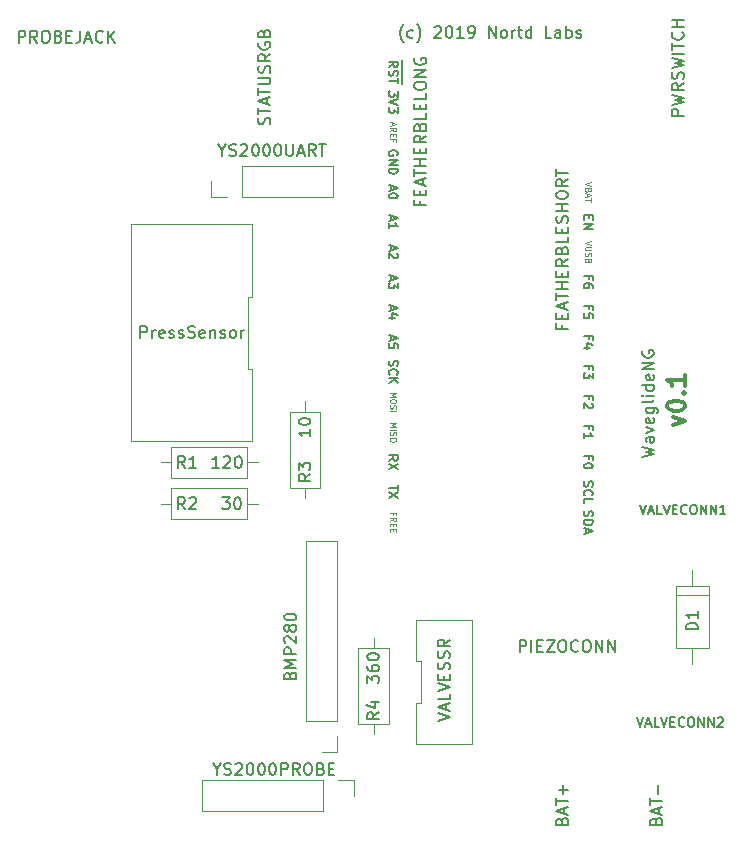
<source format=gbr>
G04 #@! TF.GenerationSoftware,KiCad,Pcbnew,5.1.4-e60b266~84~ubuntu18.04.1*
G04 #@! TF.CreationDate,2019-09-15T14:53:54+02:00*
G04 #@! TF.ProjectId,WaveGlideNG,57617665-476c-4696-9465-4e472e6b6963,rev?*
G04 #@! TF.SameCoordinates,Original*
G04 #@! TF.FileFunction,Legend,Top*
G04 #@! TF.FilePolarity,Positive*
%FSLAX46Y46*%
G04 Gerber Fmt 4.6, Leading zero omitted, Abs format (unit mm)*
G04 Created by KiCad (PCBNEW 5.1.4-e60b266~84~ubuntu18.04.1) date 2019-09-15 14:53:54*
%MOMM*%
%LPD*%
G04 APERTURE LIST*
%ADD10C,0.300000*%
%ADD11C,0.150000*%
%ADD12C,0.100000*%
%ADD13C,0.120000*%
G04 APERTURE END LIST*
D10*
X143378571Y-111842857D02*
X144378571Y-111485714D01*
X143378571Y-111128571D01*
X142878571Y-110271428D02*
X142878571Y-110128571D01*
X142950000Y-109985714D01*
X143021428Y-109914285D01*
X143164285Y-109842857D01*
X143450000Y-109771428D01*
X143807142Y-109771428D01*
X144092857Y-109842857D01*
X144235714Y-109914285D01*
X144307142Y-109985714D01*
X144378571Y-110128571D01*
X144378571Y-110271428D01*
X144307142Y-110414285D01*
X144235714Y-110485714D01*
X144092857Y-110557142D01*
X143807142Y-110628571D01*
X143450000Y-110628571D01*
X143164285Y-110557142D01*
X143021428Y-110485714D01*
X142950000Y-110414285D01*
X142878571Y-110271428D01*
X144235714Y-109128571D02*
X144307142Y-109057142D01*
X144378571Y-109128571D01*
X144307142Y-109200000D01*
X144235714Y-109128571D01*
X144378571Y-109128571D01*
X144378571Y-107628571D02*
X144378571Y-108485714D01*
X144378571Y-108057142D02*
X142878571Y-108057142D01*
X143092857Y-108200000D01*
X143235714Y-108342857D01*
X143307142Y-108485714D01*
D11*
X120542857Y-79433333D02*
X120495238Y-79385714D01*
X120400000Y-79242857D01*
X120352380Y-79147619D01*
X120304761Y-79004761D01*
X120257142Y-78766666D01*
X120257142Y-78576190D01*
X120304761Y-78338095D01*
X120352380Y-78195238D01*
X120400000Y-78100000D01*
X120495238Y-77957142D01*
X120542857Y-77909523D01*
X121352380Y-79004761D02*
X121257142Y-79052380D01*
X121066666Y-79052380D01*
X120971428Y-79004761D01*
X120923809Y-78957142D01*
X120876190Y-78861904D01*
X120876190Y-78576190D01*
X120923809Y-78480952D01*
X120971428Y-78433333D01*
X121066666Y-78385714D01*
X121257142Y-78385714D01*
X121352380Y-78433333D01*
X121685714Y-79433333D02*
X121733333Y-79385714D01*
X121828571Y-79242857D01*
X121876190Y-79147619D01*
X121923809Y-79004761D01*
X121971428Y-78766666D01*
X121971428Y-78576190D01*
X121923809Y-78338095D01*
X121876190Y-78195238D01*
X121828571Y-78100000D01*
X121733333Y-77957142D01*
X121685714Y-77909523D01*
X123161904Y-78147619D02*
X123209523Y-78100000D01*
X123304761Y-78052380D01*
X123542857Y-78052380D01*
X123638095Y-78100000D01*
X123685714Y-78147619D01*
X123733333Y-78242857D01*
X123733333Y-78338095D01*
X123685714Y-78480952D01*
X123114285Y-79052380D01*
X123733333Y-79052380D01*
X124352380Y-78052380D02*
X124447619Y-78052380D01*
X124542857Y-78100000D01*
X124590476Y-78147619D01*
X124638095Y-78242857D01*
X124685714Y-78433333D01*
X124685714Y-78671428D01*
X124638095Y-78861904D01*
X124590476Y-78957142D01*
X124542857Y-79004761D01*
X124447619Y-79052380D01*
X124352380Y-79052380D01*
X124257142Y-79004761D01*
X124209523Y-78957142D01*
X124161904Y-78861904D01*
X124114285Y-78671428D01*
X124114285Y-78433333D01*
X124161904Y-78242857D01*
X124209523Y-78147619D01*
X124257142Y-78100000D01*
X124352380Y-78052380D01*
X125638095Y-79052380D02*
X125066666Y-79052380D01*
X125352380Y-79052380D02*
X125352380Y-78052380D01*
X125257142Y-78195238D01*
X125161904Y-78290476D01*
X125066666Y-78338095D01*
X126114285Y-79052380D02*
X126304761Y-79052380D01*
X126400000Y-79004761D01*
X126447619Y-78957142D01*
X126542857Y-78814285D01*
X126590476Y-78623809D01*
X126590476Y-78242857D01*
X126542857Y-78147619D01*
X126495238Y-78100000D01*
X126400000Y-78052380D01*
X126209523Y-78052380D01*
X126114285Y-78100000D01*
X126066666Y-78147619D01*
X126019047Y-78242857D01*
X126019047Y-78480952D01*
X126066666Y-78576190D01*
X126114285Y-78623809D01*
X126209523Y-78671428D01*
X126400000Y-78671428D01*
X126495238Y-78623809D01*
X126542857Y-78576190D01*
X126590476Y-78480952D01*
X127780952Y-79052380D02*
X127780952Y-78052380D01*
X128352380Y-79052380D01*
X128352380Y-78052380D01*
X128971428Y-79052380D02*
X128876190Y-79004761D01*
X128828571Y-78957142D01*
X128780952Y-78861904D01*
X128780952Y-78576190D01*
X128828571Y-78480952D01*
X128876190Y-78433333D01*
X128971428Y-78385714D01*
X129114285Y-78385714D01*
X129209523Y-78433333D01*
X129257142Y-78480952D01*
X129304761Y-78576190D01*
X129304761Y-78861904D01*
X129257142Y-78957142D01*
X129209523Y-79004761D01*
X129114285Y-79052380D01*
X128971428Y-79052380D01*
X129733333Y-79052380D02*
X129733333Y-78385714D01*
X129733333Y-78576190D02*
X129780952Y-78480952D01*
X129828571Y-78433333D01*
X129923809Y-78385714D01*
X130019047Y-78385714D01*
X130209523Y-78385714D02*
X130590476Y-78385714D01*
X130352380Y-78052380D02*
X130352380Y-78909523D01*
X130400000Y-79004761D01*
X130495238Y-79052380D01*
X130590476Y-79052380D01*
X131352380Y-79052380D02*
X131352380Y-78052380D01*
X131352380Y-79004761D02*
X131257142Y-79052380D01*
X131066666Y-79052380D01*
X130971428Y-79004761D01*
X130923809Y-78957142D01*
X130876190Y-78861904D01*
X130876190Y-78576190D01*
X130923809Y-78480952D01*
X130971428Y-78433333D01*
X131066666Y-78385714D01*
X131257142Y-78385714D01*
X131352380Y-78433333D01*
X133066666Y-79052380D02*
X132590476Y-79052380D01*
X132590476Y-78052380D01*
X133828571Y-79052380D02*
X133828571Y-78528571D01*
X133780952Y-78433333D01*
X133685714Y-78385714D01*
X133495238Y-78385714D01*
X133400000Y-78433333D01*
X133828571Y-79004761D02*
X133733333Y-79052380D01*
X133495238Y-79052380D01*
X133400000Y-79004761D01*
X133352380Y-78909523D01*
X133352380Y-78814285D01*
X133400000Y-78719047D01*
X133495238Y-78671428D01*
X133733333Y-78671428D01*
X133828571Y-78623809D01*
X134304761Y-79052380D02*
X134304761Y-78052380D01*
X134304761Y-78433333D02*
X134400000Y-78385714D01*
X134590476Y-78385714D01*
X134685714Y-78433333D01*
X134733333Y-78480952D01*
X134780952Y-78576190D01*
X134780952Y-78861904D01*
X134733333Y-78957142D01*
X134685714Y-79004761D01*
X134590476Y-79052380D01*
X134400000Y-79052380D01*
X134304761Y-79004761D01*
X135161904Y-79004761D02*
X135257142Y-79052380D01*
X135447619Y-79052380D01*
X135542857Y-79004761D01*
X135590476Y-78909523D01*
X135590476Y-78861904D01*
X135542857Y-78766666D01*
X135447619Y-78719047D01*
X135304761Y-78719047D01*
X135209523Y-78671428D01*
X135161904Y-78576190D01*
X135161904Y-78528571D01*
X135209523Y-78433333D01*
X135304761Y-78385714D01*
X135447619Y-78385714D01*
X135542857Y-78433333D01*
X140752380Y-114547619D02*
X141752380Y-114309523D01*
X141038095Y-114119047D01*
X141752380Y-113928571D01*
X140752380Y-113690476D01*
X141752380Y-112880952D02*
X141228571Y-112880952D01*
X141133333Y-112928571D01*
X141085714Y-113023809D01*
X141085714Y-113214285D01*
X141133333Y-113309523D01*
X141704761Y-112880952D02*
X141752380Y-112976190D01*
X141752380Y-113214285D01*
X141704761Y-113309523D01*
X141609523Y-113357142D01*
X141514285Y-113357142D01*
X141419047Y-113309523D01*
X141371428Y-113214285D01*
X141371428Y-112976190D01*
X141323809Y-112880952D01*
X141085714Y-112500000D02*
X141752380Y-112261904D01*
X141085714Y-112023809D01*
X141704761Y-111261904D02*
X141752380Y-111357142D01*
X141752380Y-111547619D01*
X141704761Y-111642857D01*
X141609523Y-111690476D01*
X141228571Y-111690476D01*
X141133333Y-111642857D01*
X141085714Y-111547619D01*
X141085714Y-111357142D01*
X141133333Y-111261904D01*
X141228571Y-111214285D01*
X141323809Y-111214285D01*
X141419047Y-111690476D01*
X141085714Y-110357142D02*
X141895238Y-110357142D01*
X141990476Y-110404761D01*
X142038095Y-110452380D01*
X142085714Y-110547619D01*
X142085714Y-110690476D01*
X142038095Y-110785714D01*
X141704761Y-110357142D02*
X141752380Y-110452380D01*
X141752380Y-110642857D01*
X141704761Y-110738095D01*
X141657142Y-110785714D01*
X141561904Y-110833333D01*
X141276190Y-110833333D01*
X141180952Y-110785714D01*
X141133333Y-110738095D01*
X141085714Y-110642857D01*
X141085714Y-110452380D01*
X141133333Y-110357142D01*
X141752380Y-109738095D02*
X141704761Y-109833333D01*
X141609523Y-109880952D01*
X140752380Y-109880952D01*
X141752380Y-109357142D02*
X141085714Y-109357142D01*
X140752380Y-109357142D02*
X140800000Y-109404761D01*
X140847619Y-109357142D01*
X140800000Y-109309523D01*
X140752380Y-109357142D01*
X140847619Y-109357142D01*
X141752380Y-108452380D02*
X140752380Y-108452380D01*
X141704761Y-108452380D02*
X141752380Y-108547619D01*
X141752380Y-108738095D01*
X141704761Y-108833333D01*
X141657142Y-108880952D01*
X141561904Y-108928571D01*
X141276190Y-108928571D01*
X141180952Y-108880952D01*
X141133333Y-108833333D01*
X141085714Y-108738095D01*
X141085714Y-108547619D01*
X141133333Y-108452380D01*
X141704761Y-107595238D02*
X141752380Y-107690476D01*
X141752380Y-107880952D01*
X141704761Y-107976190D01*
X141609523Y-108023809D01*
X141228571Y-108023809D01*
X141133333Y-107976190D01*
X141085714Y-107880952D01*
X141085714Y-107690476D01*
X141133333Y-107595238D01*
X141228571Y-107547619D01*
X141323809Y-107547619D01*
X141419047Y-108023809D01*
X141752380Y-107119047D02*
X140752380Y-107119047D01*
X141752380Y-106547619D01*
X140752380Y-106547619D01*
X140800000Y-105547619D02*
X140752380Y-105642857D01*
X140752380Y-105785714D01*
X140800000Y-105928571D01*
X140895238Y-106023809D01*
X140990476Y-106071428D01*
X141180952Y-106119047D01*
X141323809Y-106119047D01*
X141514285Y-106071428D01*
X141609523Y-106023809D01*
X141704761Y-105928571D01*
X141752380Y-105785714D01*
X141752380Y-105690476D01*
X141704761Y-105547619D01*
X141657142Y-105500000D01*
X141323809Y-105500000D01*
X141323809Y-105690476D01*
D12*
X136423809Y-96266733D02*
X135923809Y-96433400D01*
X136423809Y-96600066D01*
X136423809Y-96766733D02*
X136019047Y-96766733D01*
X135971428Y-96790542D01*
X135947619Y-96814352D01*
X135923809Y-96861971D01*
X135923809Y-96957209D01*
X135947619Y-97004828D01*
X135971428Y-97028638D01*
X136019047Y-97052447D01*
X136423809Y-97052447D01*
X135947619Y-97266733D02*
X135923809Y-97338161D01*
X135923809Y-97457209D01*
X135947619Y-97504828D01*
X135971428Y-97528638D01*
X136019047Y-97552447D01*
X136066666Y-97552447D01*
X136114285Y-97528638D01*
X136138095Y-97504828D01*
X136161904Y-97457209D01*
X136185714Y-97361971D01*
X136209523Y-97314352D01*
X136233333Y-97290542D01*
X136280952Y-97266733D01*
X136328571Y-97266733D01*
X136376190Y-97290542D01*
X136400000Y-97314352D01*
X136423809Y-97361971D01*
X136423809Y-97481019D01*
X136400000Y-97552447D01*
X136185714Y-97933400D02*
X136161904Y-98004828D01*
X136138095Y-98028638D01*
X136090476Y-98052447D01*
X136019047Y-98052447D01*
X135971428Y-98028638D01*
X135947619Y-98004828D01*
X135923809Y-97957209D01*
X135923809Y-97766733D01*
X136423809Y-97766733D01*
X136423809Y-97933400D01*
X136400000Y-97981019D01*
X136376190Y-98004828D01*
X136328571Y-98028638D01*
X136280952Y-98028638D01*
X136233333Y-98004828D01*
X136209523Y-97981019D01*
X136185714Y-97933400D01*
X136185714Y-97766733D01*
X136423809Y-91281971D02*
X135923809Y-91448638D01*
X136423809Y-91615304D01*
X136185714Y-91948638D02*
X136161904Y-92020066D01*
X136138095Y-92043876D01*
X136090476Y-92067685D01*
X136019047Y-92067685D01*
X135971428Y-92043876D01*
X135947619Y-92020066D01*
X135923809Y-91972447D01*
X135923809Y-91781971D01*
X136423809Y-91781971D01*
X136423809Y-91948638D01*
X136400000Y-91996257D01*
X136376190Y-92020066D01*
X136328571Y-92043876D01*
X136280952Y-92043876D01*
X136233333Y-92020066D01*
X136209523Y-91996257D01*
X136185714Y-91948638D01*
X136185714Y-91781971D01*
X136066666Y-92258161D02*
X136066666Y-92496257D01*
X135923809Y-92210542D02*
X136423809Y-92377209D01*
X135923809Y-92543876D01*
X136423809Y-92639114D02*
X136423809Y-92924828D01*
X135923809Y-92781971D02*
X136423809Y-92781971D01*
D11*
X136203571Y-94089828D02*
X136203571Y-94339828D01*
X135810714Y-94446971D02*
X135810714Y-94089828D01*
X136560714Y-94089828D01*
X136560714Y-94446971D01*
X135810714Y-94768400D02*
X136560714Y-94768400D01*
X135810714Y-95196971D01*
X136560714Y-95196971D01*
X136203571Y-99473400D02*
X136203571Y-99223400D01*
X135810714Y-99223400D02*
X136560714Y-99223400D01*
X136560714Y-99580542D01*
X136560714Y-100187685D02*
X136560714Y-100044828D01*
X136525000Y-99973400D01*
X136489285Y-99937685D01*
X136382142Y-99866257D01*
X136239285Y-99830542D01*
X135953571Y-99830542D01*
X135882142Y-99866257D01*
X135846428Y-99901971D01*
X135810714Y-99973400D01*
X135810714Y-100116257D01*
X135846428Y-100187685D01*
X135882142Y-100223400D01*
X135953571Y-100259114D01*
X136132142Y-100259114D01*
X136203571Y-100223400D01*
X136239285Y-100187685D01*
X136275000Y-100116257D01*
X136275000Y-99973400D01*
X136239285Y-99901971D01*
X136203571Y-99866257D01*
X136132142Y-99830542D01*
X136203571Y-102013400D02*
X136203571Y-101763400D01*
X135810714Y-101763400D02*
X136560714Y-101763400D01*
X136560714Y-102120542D01*
X136560714Y-102763400D02*
X136560714Y-102406257D01*
X136203571Y-102370542D01*
X136239285Y-102406257D01*
X136275000Y-102477685D01*
X136275000Y-102656257D01*
X136239285Y-102727685D01*
X136203571Y-102763400D01*
X136132142Y-102799114D01*
X135953571Y-102799114D01*
X135882142Y-102763400D01*
X135846428Y-102727685D01*
X135810714Y-102656257D01*
X135810714Y-102477685D01*
X135846428Y-102406257D01*
X135882142Y-102370542D01*
X136203571Y-104553400D02*
X136203571Y-104303400D01*
X135810714Y-104303400D02*
X136560714Y-104303400D01*
X136560714Y-104660542D01*
X136310714Y-105267685D02*
X135810714Y-105267685D01*
X136596428Y-105089114D02*
X136060714Y-104910542D01*
X136060714Y-105374828D01*
X136203571Y-107093400D02*
X136203571Y-106843400D01*
X135810714Y-106843400D02*
X136560714Y-106843400D01*
X136560714Y-107200542D01*
X136560714Y-107414828D02*
X136560714Y-107879114D01*
X136275000Y-107629114D01*
X136275000Y-107736257D01*
X136239285Y-107807685D01*
X136203571Y-107843400D01*
X136132142Y-107879114D01*
X135953571Y-107879114D01*
X135882142Y-107843400D01*
X135846428Y-107807685D01*
X135810714Y-107736257D01*
X135810714Y-107521971D01*
X135846428Y-107450542D01*
X135882142Y-107414828D01*
X136203571Y-109633400D02*
X136203571Y-109383400D01*
X135810714Y-109383400D02*
X136560714Y-109383400D01*
X136560714Y-109740542D01*
X136489285Y-109990542D02*
X136525000Y-110026257D01*
X136560714Y-110097685D01*
X136560714Y-110276257D01*
X136525000Y-110347685D01*
X136489285Y-110383400D01*
X136417857Y-110419114D01*
X136346428Y-110419114D01*
X136239285Y-110383400D01*
X135810714Y-109954828D01*
X135810714Y-110419114D01*
X136203571Y-112173400D02*
X136203571Y-111923400D01*
X135810714Y-111923400D02*
X136560714Y-111923400D01*
X136560714Y-112280542D01*
X135810714Y-112959114D02*
X135810714Y-112530542D01*
X135810714Y-112744828D02*
X136560714Y-112744828D01*
X136453571Y-112673400D01*
X136382142Y-112601971D01*
X136346428Y-112530542D01*
X136203571Y-114713400D02*
X136203571Y-114463400D01*
X135810714Y-114463400D02*
X136560714Y-114463400D01*
X136560714Y-114820542D01*
X136560714Y-115249114D02*
X136560714Y-115320542D01*
X136525000Y-115391971D01*
X136489285Y-115427685D01*
X136417857Y-115463400D01*
X136275000Y-115499114D01*
X136096428Y-115499114D01*
X135953571Y-115463400D01*
X135882142Y-115427685D01*
X135846428Y-115391971D01*
X135810714Y-115320542D01*
X135810714Y-115249114D01*
X135846428Y-115177685D01*
X135882142Y-115141971D01*
X135953571Y-115106257D01*
X136096428Y-115070542D01*
X136275000Y-115070542D01*
X136417857Y-115106257D01*
X136489285Y-115141971D01*
X136525000Y-115177685D01*
X136560714Y-115249114D01*
X135846428Y-116610542D02*
X135810714Y-116717685D01*
X135810714Y-116896257D01*
X135846428Y-116967685D01*
X135882142Y-117003400D01*
X135953571Y-117039114D01*
X136025000Y-117039114D01*
X136096428Y-117003400D01*
X136132142Y-116967685D01*
X136167857Y-116896257D01*
X136203571Y-116753400D01*
X136239285Y-116681971D01*
X136275000Y-116646257D01*
X136346428Y-116610542D01*
X136417857Y-116610542D01*
X136489285Y-116646257D01*
X136525000Y-116681971D01*
X136560714Y-116753400D01*
X136560714Y-116931971D01*
X136525000Y-117039114D01*
X135882142Y-117789114D02*
X135846428Y-117753400D01*
X135810714Y-117646257D01*
X135810714Y-117574828D01*
X135846428Y-117467685D01*
X135917857Y-117396257D01*
X135989285Y-117360542D01*
X136132142Y-117324828D01*
X136239285Y-117324828D01*
X136382142Y-117360542D01*
X136453571Y-117396257D01*
X136525000Y-117467685D01*
X136560714Y-117574828D01*
X136560714Y-117646257D01*
X136525000Y-117753400D01*
X136489285Y-117789114D01*
X135810714Y-118467685D02*
X135810714Y-118110542D01*
X136560714Y-118110542D01*
X135846428Y-119132685D02*
X135810714Y-119239828D01*
X135810714Y-119418400D01*
X135846428Y-119489828D01*
X135882142Y-119525542D01*
X135953571Y-119561257D01*
X136025000Y-119561257D01*
X136096428Y-119525542D01*
X136132142Y-119489828D01*
X136167857Y-119418400D01*
X136203571Y-119275542D01*
X136239285Y-119204114D01*
X136275000Y-119168400D01*
X136346428Y-119132685D01*
X136417857Y-119132685D01*
X136489285Y-119168400D01*
X136525000Y-119204114D01*
X136560714Y-119275542D01*
X136560714Y-119454114D01*
X136525000Y-119561257D01*
X135810714Y-119882685D02*
X136560714Y-119882685D01*
X136560714Y-120061257D01*
X136525000Y-120168400D01*
X136453571Y-120239828D01*
X136382142Y-120275542D01*
X136239285Y-120311257D01*
X136132142Y-120311257D01*
X135989285Y-120275542D01*
X135917857Y-120239828D01*
X135846428Y-120168400D01*
X135810714Y-120061257D01*
X135810714Y-119882685D01*
X136025000Y-120596971D02*
X136025000Y-120954114D01*
X135810714Y-120525542D02*
X136560714Y-120775542D01*
X135810714Y-121025542D01*
D12*
X119675714Y-119412447D02*
X119675714Y-119245780D01*
X119413809Y-119245780D02*
X119913809Y-119245780D01*
X119913809Y-119483876D01*
X119413809Y-119960066D02*
X119651904Y-119793400D01*
X119413809Y-119674352D02*
X119913809Y-119674352D01*
X119913809Y-119864828D01*
X119890000Y-119912447D01*
X119866190Y-119936257D01*
X119818571Y-119960066D01*
X119747142Y-119960066D01*
X119699523Y-119936257D01*
X119675714Y-119912447D01*
X119651904Y-119864828D01*
X119651904Y-119674352D01*
X119675714Y-120174352D02*
X119675714Y-120341019D01*
X119413809Y-120412447D02*
X119413809Y-120174352D01*
X119913809Y-120174352D01*
X119913809Y-120412447D01*
X119675714Y-120626733D02*
X119675714Y-120793400D01*
X119413809Y-120864828D02*
X119413809Y-120626733D01*
X119913809Y-120626733D01*
X119913809Y-120864828D01*
D11*
X120050714Y-116931971D02*
X120050714Y-117360542D01*
X119300714Y-117146257D02*
X120050714Y-117146257D01*
X120050714Y-117539114D02*
X119300714Y-118039114D01*
X120050714Y-118039114D02*
X119300714Y-117539114D01*
X119300714Y-114838400D02*
X119657857Y-114588400D01*
X119300714Y-114409828D02*
X120050714Y-114409828D01*
X120050714Y-114695542D01*
X120015000Y-114766971D01*
X119979285Y-114802685D01*
X119907857Y-114838400D01*
X119800714Y-114838400D01*
X119729285Y-114802685D01*
X119693571Y-114766971D01*
X119657857Y-114695542D01*
X119657857Y-114409828D01*
X120050714Y-115088400D02*
X119300714Y-115588400D01*
X120050714Y-115588400D02*
X119300714Y-115088400D01*
D12*
X119413809Y-111637685D02*
X119913809Y-111637685D01*
X119556666Y-111804352D01*
X119913809Y-111971019D01*
X119413809Y-111971019D01*
X119413809Y-112209114D02*
X119913809Y-112209114D01*
X119437619Y-112423400D02*
X119413809Y-112494828D01*
X119413809Y-112613876D01*
X119437619Y-112661495D01*
X119461428Y-112685304D01*
X119509047Y-112709114D01*
X119556666Y-112709114D01*
X119604285Y-112685304D01*
X119628095Y-112661495D01*
X119651904Y-112613876D01*
X119675714Y-112518638D01*
X119699523Y-112471019D01*
X119723333Y-112447209D01*
X119770952Y-112423400D01*
X119818571Y-112423400D01*
X119866190Y-112447209D01*
X119890000Y-112471019D01*
X119913809Y-112518638D01*
X119913809Y-112637685D01*
X119890000Y-112709114D01*
X119913809Y-113018638D02*
X119913809Y-113113876D01*
X119890000Y-113161495D01*
X119842380Y-113209114D01*
X119747142Y-113232923D01*
X119580476Y-113232923D01*
X119485238Y-113209114D01*
X119437619Y-113161495D01*
X119413809Y-113113876D01*
X119413809Y-113018638D01*
X119437619Y-112971019D01*
X119485238Y-112923400D01*
X119580476Y-112899590D01*
X119747142Y-112899590D01*
X119842380Y-112923400D01*
X119890000Y-112971019D01*
X119913809Y-113018638D01*
X119413809Y-109097685D02*
X119913809Y-109097685D01*
X119556666Y-109264352D01*
X119913809Y-109431019D01*
X119413809Y-109431019D01*
X119913809Y-109764352D02*
X119913809Y-109859590D01*
X119890000Y-109907209D01*
X119842380Y-109954828D01*
X119747142Y-109978638D01*
X119580476Y-109978638D01*
X119485238Y-109954828D01*
X119437619Y-109907209D01*
X119413809Y-109859590D01*
X119413809Y-109764352D01*
X119437619Y-109716733D01*
X119485238Y-109669114D01*
X119580476Y-109645304D01*
X119747142Y-109645304D01*
X119842380Y-109669114D01*
X119890000Y-109716733D01*
X119913809Y-109764352D01*
X119437619Y-110169114D02*
X119413809Y-110240542D01*
X119413809Y-110359590D01*
X119437619Y-110407209D01*
X119461428Y-110431019D01*
X119509047Y-110454828D01*
X119556666Y-110454828D01*
X119604285Y-110431019D01*
X119628095Y-110407209D01*
X119651904Y-110359590D01*
X119675714Y-110264352D01*
X119699523Y-110216733D01*
X119723333Y-110192923D01*
X119770952Y-110169114D01*
X119818571Y-110169114D01*
X119866190Y-110192923D01*
X119890000Y-110216733D01*
X119913809Y-110264352D01*
X119913809Y-110383400D01*
X119890000Y-110454828D01*
X119413809Y-110669114D02*
X119913809Y-110669114D01*
D11*
X119336428Y-106379114D02*
X119300714Y-106486257D01*
X119300714Y-106664828D01*
X119336428Y-106736257D01*
X119372142Y-106771971D01*
X119443571Y-106807685D01*
X119515000Y-106807685D01*
X119586428Y-106771971D01*
X119622142Y-106736257D01*
X119657857Y-106664828D01*
X119693571Y-106521971D01*
X119729285Y-106450542D01*
X119765000Y-106414828D01*
X119836428Y-106379114D01*
X119907857Y-106379114D01*
X119979285Y-106414828D01*
X120015000Y-106450542D01*
X120050714Y-106521971D01*
X120050714Y-106700542D01*
X120015000Y-106807685D01*
X119372142Y-107557685D02*
X119336428Y-107521971D01*
X119300714Y-107414828D01*
X119300714Y-107343400D01*
X119336428Y-107236257D01*
X119407857Y-107164828D01*
X119479285Y-107129114D01*
X119622142Y-107093400D01*
X119729285Y-107093400D01*
X119872142Y-107129114D01*
X119943571Y-107164828D01*
X120015000Y-107236257D01*
X120050714Y-107343400D01*
X120050714Y-107414828D01*
X120015000Y-107521971D01*
X119979285Y-107557685D01*
X119300714Y-107879114D02*
X120050714Y-107879114D01*
X119300714Y-108307685D02*
X119729285Y-107986257D01*
X120050714Y-108307685D02*
X119622142Y-107879114D01*
X119515000Y-104267685D02*
X119515000Y-104624828D01*
X119300714Y-104196257D02*
X120050714Y-104446257D01*
X119300714Y-104696257D01*
X120050714Y-105303400D02*
X120050714Y-104946257D01*
X119693571Y-104910542D01*
X119729285Y-104946257D01*
X119765000Y-105017685D01*
X119765000Y-105196257D01*
X119729285Y-105267685D01*
X119693571Y-105303400D01*
X119622142Y-105339114D01*
X119443571Y-105339114D01*
X119372142Y-105303400D01*
X119336428Y-105267685D01*
X119300714Y-105196257D01*
X119300714Y-105017685D01*
X119336428Y-104946257D01*
X119372142Y-104910542D01*
X119515000Y-101727685D02*
X119515000Y-102084828D01*
X119300714Y-101656257D02*
X120050714Y-101906257D01*
X119300714Y-102156257D01*
X119800714Y-102727685D02*
X119300714Y-102727685D01*
X120086428Y-102549114D02*
X119550714Y-102370542D01*
X119550714Y-102834828D01*
X119515000Y-99187685D02*
X119515000Y-99544828D01*
X119300714Y-99116257D02*
X120050714Y-99366257D01*
X119300714Y-99616257D01*
X120050714Y-99794828D02*
X120050714Y-100259114D01*
X119765000Y-100009114D01*
X119765000Y-100116257D01*
X119729285Y-100187685D01*
X119693571Y-100223400D01*
X119622142Y-100259114D01*
X119443571Y-100259114D01*
X119372142Y-100223400D01*
X119336428Y-100187685D01*
X119300714Y-100116257D01*
X119300714Y-99901971D01*
X119336428Y-99830542D01*
X119372142Y-99794828D01*
X119515000Y-96647685D02*
X119515000Y-97004828D01*
X119300714Y-96576257D02*
X120050714Y-96826257D01*
X119300714Y-97076257D01*
X119979285Y-97290542D02*
X120015000Y-97326257D01*
X120050714Y-97397685D01*
X120050714Y-97576257D01*
X120015000Y-97647685D01*
X119979285Y-97683400D01*
X119907857Y-97719114D01*
X119836428Y-97719114D01*
X119729285Y-97683400D01*
X119300714Y-97254828D01*
X119300714Y-97719114D01*
X119515000Y-94107685D02*
X119515000Y-94464828D01*
X119300714Y-94036257D02*
X120050714Y-94286257D01*
X119300714Y-94536257D01*
X119300714Y-95179114D02*
X119300714Y-94750542D01*
X119300714Y-94964828D02*
X120050714Y-94964828D01*
X119943571Y-94893400D01*
X119872142Y-94821971D01*
X119836428Y-94750542D01*
X119515000Y-91567685D02*
X119515000Y-91924828D01*
X119300714Y-91496257D02*
X120050714Y-91746257D01*
X119300714Y-91996257D01*
X120050714Y-92389114D02*
X120050714Y-92460542D01*
X120015000Y-92531971D01*
X119979285Y-92567685D01*
X119907857Y-92603400D01*
X119765000Y-92639114D01*
X119586428Y-92639114D01*
X119443571Y-92603400D01*
X119372142Y-92567685D01*
X119336428Y-92531971D01*
X119300714Y-92460542D01*
X119300714Y-92389114D01*
X119336428Y-92317685D01*
X119372142Y-92281971D01*
X119443571Y-92246257D01*
X119586428Y-92210542D01*
X119765000Y-92210542D01*
X119907857Y-92246257D01*
X119979285Y-92281971D01*
X120015000Y-92317685D01*
X120050714Y-92389114D01*
X120015000Y-88991971D02*
X120050714Y-88920542D01*
X120050714Y-88813400D01*
X120015000Y-88706257D01*
X119943571Y-88634828D01*
X119872142Y-88599114D01*
X119729285Y-88563400D01*
X119622142Y-88563400D01*
X119479285Y-88599114D01*
X119407857Y-88634828D01*
X119336428Y-88706257D01*
X119300714Y-88813400D01*
X119300714Y-88884828D01*
X119336428Y-88991971D01*
X119372142Y-89027685D01*
X119622142Y-89027685D01*
X119622142Y-88884828D01*
X119300714Y-89349114D02*
X120050714Y-89349114D01*
X119300714Y-89777685D01*
X120050714Y-89777685D01*
X119300714Y-90134828D02*
X120050714Y-90134828D01*
X120050714Y-90313400D01*
X120015000Y-90420542D01*
X119943571Y-90491971D01*
X119872142Y-90527685D01*
X119729285Y-90563400D01*
X119622142Y-90563400D01*
X119479285Y-90527685D01*
X119407857Y-90491971D01*
X119336428Y-90420542D01*
X119300714Y-90313400D01*
X119300714Y-90134828D01*
D12*
X119556666Y-86213876D02*
X119556666Y-86451971D01*
X119413809Y-86166257D02*
X119913809Y-86332923D01*
X119413809Y-86499590D01*
X119413809Y-86951971D02*
X119651904Y-86785304D01*
X119413809Y-86666257D02*
X119913809Y-86666257D01*
X119913809Y-86856733D01*
X119890000Y-86904352D01*
X119866190Y-86928161D01*
X119818571Y-86951971D01*
X119747142Y-86951971D01*
X119699523Y-86928161D01*
X119675714Y-86904352D01*
X119651904Y-86856733D01*
X119651904Y-86666257D01*
X119675714Y-87166257D02*
X119675714Y-87332923D01*
X119413809Y-87404352D02*
X119413809Y-87166257D01*
X119913809Y-87166257D01*
X119913809Y-87404352D01*
X119675714Y-87785304D02*
X119675714Y-87618638D01*
X119413809Y-87618638D02*
X119913809Y-87618638D01*
X119913809Y-87856733D01*
D11*
X120050714Y-83554828D02*
X120050714Y-84019114D01*
X119765000Y-83769114D01*
X119765000Y-83876257D01*
X119729285Y-83947685D01*
X119693571Y-83983400D01*
X119622142Y-84019114D01*
X119443571Y-84019114D01*
X119372142Y-83983400D01*
X119336428Y-83947685D01*
X119300714Y-83876257D01*
X119300714Y-83661971D01*
X119336428Y-83590542D01*
X119372142Y-83554828D01*
X120050714Y-84233400D02*
X119300714Y-84483400D01*
X120050714Y-84733400D01*
X120050714Y-84911971D02*
X120050714Y-85376257D01*
X119765000Y-85126257D01*
X119765000Y-85233400D01*
X119729285Y-85304828D01*
X119693571Y-85340542D01*
X119622142Y-85376257D01*
X119443571Y-85376257D01*
X119372142Y-85340542D01*
X119336428Y-85304828D01*
X119300714Y-85233400D01*
X119300714Y-85019114D01*
X119336428Y-84947685D01*
X119372142Y-84911971D01*
X120375000Y-80925542D02*
X120375000Y-81675542D01*
X119300714Y-81532685D02*
X119657857Y-81282685D01*
X119300714Y-81104114D02*
X120050714Y-81104114D01*
X120050714Y-81389828D01*
X120015000Y-81461257D01*
X119979285Y-81496971D01*
X119907857Y-81532685D01*
X119800714Y-81532685D01*
X119729285Y-81496971D01*
X119693571Y-81461257D01*
X119657857Y-81389828D01*
X119657857Y-81104114D01*
X120375000Y-81675542D02*
X120375000Y-82389828D01*
X119336428Y-81818400D02*
X119300714Y-81925542D01*
X119300714Y-82104114D01*
X119336428Y-82175542D01*
X119372142Y-82211257D01*
X119443571Y-82246971D01*
X119515000Y-82246971D01*
X119586428Y-82211257D01*
X119622142Y-82175542D01*
X119657857Y-82104114D01*
X119693571Y-81961257D01*
X119729285Y-81889828D01*
X119765000Y-81854114D01*
X119836428Y-81818400D01*
X119907857Y-81818400D01*
X119979285Y-81854114D01*
X120015000Y-81889828D01*
X120050714Y-81961257D01*
X120050714Y-82139828D01*
X120015000Y-82246971D01*
X120375000Y-82389828D02*
X120375000Y-82961257D01*
X120050714Y-82461257D02*
X120050714Y-82889828D01*
X119300714Y-82675542D02*
X120050714Y-82675542D01*
D13*
X114930000Y-121630000D02*
X112270000Y-121630000D01*
X114930000Y-136930000D02*
X114930000Y-121630000D01*
X112270000Y-136930000D02*
X112270000Y-121630000D01*
X114930000Y-136930000D02*
X112270000Y-136930000D01*
X114930000Y-138200000D02*
X114930000Y-139530000D01*
X114930000Y-139530000D02*
X113600000Y-139530000D01*
X104270000Y-92530000D02*
X104270000Y-91200000D01*
X105600000Y-92530000D02*
X104270000Y-92530000D01*
X106870000Y-92530000D02*
X106870000Y-89870000D01*
X106870000Y-89870000D02*
X114550000Y-89870000D01*
X106870000Y-92530000D02*
X114550000Y-92530000D01*
X114550000Y-92530000D02*
X114550000Y-89870000D01*
X116330000Y-141870000D02*
X116330000Y-143200000D01*
X115000000Y-141870000D02*
X116330000Y-141870000D01*
X113730000Y-141870000D02*
X113730000Y-144530000D01*
X113730000Y-144530000D02*
X103510000Y-144530000D01*
X113730000Y-141870000D02*
X103510000Y-141870000D01*
X103510000Y-141870000D02*
X103510000Y-144530000D01*
X146410000Y-126260000D02*
X143590000Y-126260000D01*
X145000000Y-132080000D02*
X145000000Y-130740000D01*
X145000000Y-124080000D02*
X145000000Y-125420000D01*
X146410000Y-130740000D02*
X146410000Y-125420000D01*
X143590000Y-130740000D02*
X146410000Y-130740000D01*
X143590000Y-125420000D02*
X143590000Y-130740000D01*
X146410000Y-125420000D02*
X143590000Y-125420000D01*
X108180000Y-115000000D02*
X107290000Y-115000000D01*
X99980000Y-115000000D02*
X100870000Y-115000000D01*
X107290000Y-113690000D02*
X100870000Y-113690000D01*
X107290000Y-116310000D02*
X107290000Y-113690000D01*
X100870000Y-116310000D02*
X107290000Y-116310000D01*
X100870000Y-113690000D02*
X100870000Y-116310000D01*
X100870000Y-117190000D02*
X100870000Y-119810000D01*
X100870000Y-119810000D02*
X107290000Y-119810000D01*
X107290000Y-119810000D02*
X107290000Y-117190000D01*
X107290000Y-117190000D02*
X100870000Y-117190000D01*
X99980000Y-118500000D02*
X100870000Y-118500000D01*
X108180000Y-118500000D02*
X107290000Y-118500000D01*
X112200000Y-109820000D02*
X112200000Y-110710000D01*
X112200000Y-118020000D02*
X112200000Y-117130000D01*
X110890000Y-110710000D02*
X110890000Y-117130000D01*
X113510000Y-110710000D02*
X110890000Y-110710000D01*
X113510000Y-117130000D02*
X113510000Y-110710000D01*
X110890000Y-117130000D02*
X113510000Y-117130000D01*
X118000000Y-129820000D02*
X118000000Y-130710000D01*
X118000000Y-138020000D02*
X118000000Y-137130000D01*
X116690000Y-130710000D02*
X116690000Y-137130000D01*
X119310000Y-130710000D02*
X116690000Y-130710000D01*
X119310000Y-137130000D02*
X119310000Y-130710000D01*
X116690000Y-137130000D02*
X119310000Y-137130000D01*
X121630000Y-138860000D02*
X126369999Y-138860000D01*
X126369999Y-138860000D02*
X126370000Y-128340000D01*
X126370000Y-128340000D02*
X121630001Y-128340000D01*
X121630001Y-128340000D02*
X121630000Y-131846667D01*
X121630000Y-131846667D02*
X121990000Y-131846667D01*
X121990000Y-131846667D02*
X121990000Y-135353333D01*
X121990000Y-135353333D02*
X121630000Y-135353333D01*
X121630000Y-135353333D02*
X121630000Y-138860000D01*
X107710000Y-94850000D02*
X97490001Y-94850000D01*
X97490001Y-94850000D02*
X97490000Y-113150000D01*
X97490000Y-113150000D02*
X107709999Y-113150000D01*
X107709999Y-113150000D02*
X107710000Y-107050000D01*
X107710000Y-107050000D02*
X107350000Y-107050000D01*
X107350000Y-107050000D02*
X107350000Y-100950001D01*
X107350000Y-100950001D02*
X107710000Y-100950001D01*
X107710000Y-100950001D02*
X107710000Y-94850000D01*
D11*
X121928571Y-92904761D02*
X121928571Y-93238095D01*
X122452380Y-93238095D02*
X121452380Y-93238095D01*
X121452380Y-92761904D01*
X121928571Y-92380952D02*
X121928571Y-92047619D01*
X122452380Y-91904761D02*
X122452380Y-92380952D01*
X121452380Y-92380952D01*
X121452380Y-91904761D01*
X122166666Y-91523809D02*
X122166666Y-91047619D01*
X122452380Y-91619047D02*
X121452380Y-91285714D01*
X122452380Y-90952380D01*
X121452380Y-90761904D02*
X121452380Y-90190476D01*
X122452380Y-90476190D02*
X121452380Y-90476190D01*
X122452380Y-89857142D02*
X121452380Y-89857142D01*
X121928571Y-89857142D02*
X121928571Y-89285714D01*
X122452380Y-89285714D02*
X121452380Y-89285714D01*
X121928571Y-88809523D02*
X121928571Y-88476190D01*
X122452380Y-88333333D02*
X122452380Y-88809523D01*
X121452380Y-88809523D01*
X121452380Y-88333333D01*
X122452380Y-87333333D02*
X121976190Y-87666666D01*
X122452380Y-87904761D02*
X121452380Y-87904761D01*
X121452380Y-87523809D01*
X121500000Y-87428571D01*
X121547619Y-87380952D01*
X121642857Y-87333333D01*
X121785714Y-87333333D01*
X121880952Y-87380952D01*
X121928571Y-87428571D01*
X121976190Y-87523809D01*
X121976190Y-87904761D01*
X121928571Y-86571428D02*
X121976190Y-86428571D01*
X122023809Y-86380952D01*
X122119047Y-86333333D01*
X122261904Y-86333333D01*
X122357142Y-86380952D01*
X122404761Y-86428571D01*
X122452380Y-86523809D01*
X122452380Y-86904761D01*
X121452380Y-86904761D01*
X121452380Y-86571428D01*
X121500000Y-86476190D01*
X121547619Y-86428571D01*
X121642857Y-86380952D01*
X121738095Y-86380952D01*
X121833333Y-86428571D01*
X121880952Y-86476190D01*
X121928571Y-86571428D01*
X121928571Y-86904761D01*
X122452380Y-85428571D02*
X122452380Y-85904761D01*
X121452380Y-85904761D01*
X121928571Y-85095238D02*
X121928571Y-84761904D01*
X122452380Y-84619047D02*
X122452380Y-85095238D01*
X121452380Y-85095238D01*
X121452380Y-84619047D01*
X122452380Y-83714285D02*
X122452380Y-84190476D01*
X121452380Y-84190476D01*
X121452380Y-83190476D02*
X121452380Y-83000000D01*
X121500000Y-82904761D01*
X121595238Y-82809523D01*
X121785714Y-82761904D01*
X122119047Y-82761904D01*
X122309523Y-82809523D01*
X122404761Y-82904761D01*
X122452380Y-83000000D01*
X122452380Y-83190476D01*
X122404761Y-83285714D01*
X122309523Y-83380952D01*
X122119047Y-83428571D01*
X121785714Y-83428571D01*
X121595238Y-83380952D01*
X121500000Y-83285714D01*
X121452380Y-83190476D01*
X122452380Y-82333333D02*
X121452380Y-82333333D01*
X122452380Y-81761904D01*
X121452380Y-81761904D01*
X121500000Y-80761904D02*
X121452380Y-80857142D01*
X121452380Y-81000000D01*
X121500000Y-81142857D01*
X121595238Y-81238095D01*
X121690476Y-81285714D01*
X121880952Y-81333333D01*
X122023809Y-81333333D01*
X122214285Y-81285714D01*
X122309523Y-81238095D01*
X122404761Y-81142857D01*
X122452380Y-81000000D01*
X122452380Y-80904761D01*
X122404761Y-80761904D01*
X122357142Y-80714285D01*
X122023809Y-80714285D01*
X122023809Y-80904761D01*
X133928571Y-103357142D02*
X133928571Y-103690476D01*
X134452380Y-103690476D02*
X133452380Y-103690476D01*
X133452380Y-103214285D01*
X133928571Y-102833333D02*
X133928571Y-102500000D01*
X134452380Y-102357142D02*
X134452380Y-102833333D01*
X133452380Y-102833333D01*
X133452380Y-102357142D01*
X134166666Y-101976190D02*
X134166666Y-101500000D01*
X134452380Y-102071428D02*
X133452380Y-101738095D01*
X134452380Y-101404761D01*
X133452380Y-101214285D02*
X133452380Y-100642857D01*
X134452380Y-100928571D02*
X133452380Y-100928571D01*
X134452380Y-100309523D02*
X133452380Y-100309523D01*
X133928571Y-100309523D02*
X133928571Y-99738095D01*
X134452380Y-99738095D02*
X133452380Y-99738095D01*
X133928571Y-99261904D02*
X133928571Y-98928571D01*
X134452380Y-98785714D02*
X134452380Y-99261904D01*
X133452380Y-99261904D01*
X133452380Y-98785714D01*
X134452380Y-97785714D02*
X133976190Y-98119047D01*
X134452380Y-98357142D02*
X133452380Y-98357142D01*
X133452380Y-97976190D01*
X133500000Y-97880952D01*
X133547619Y-97833333D01*
X133642857Y-97785714D01*
X133785714Y-97785714D01*
X133880952Y-97833333D01*
X133928571Y-97880952D01*
X133976190Y-97976190D01*
X133976190Y-98357142D01*
X133928571Y-97023809D02*
X133976190Y-96880952D01*
X134023809Y-96833333D01*
X134119047Y-96785714D01*
X134261904Y-96785714D01*
X134357142Y-96833333D01*
X134404761Y-96880952D01*
X134452380Y-96976190D01*
X134452380Y-97357142D01*
X133452380Y-97357142D01*
X133452380Y-97023809D01*
X133500000Y-96928571D01*
X133547619Y-96880952D01*
X133642857Y-96833333D01*
X133738095Y-96833333D01*
X133833333Y-96880952D01*
X133880952Y-96928571D01*
X133928571Y-97023809D01*
X133928571Y-97357142D01*
X134452380Y-95880952D02*
X134452380Y-96357142D01*
X133452380Y-96357142D01*
X133928571Y-95547619D02*
X133928571Y-95214285D01*
X134452380Y-95071428D02*
X134452380Y-95547619D01*
X133452380Y-95547619D01*
X133452380Y-95071428D01*
X134404761Y-94690476D02*
X134452380Y-94547619D01*
X134452380Y-94309523D01*
X134404761Y-94214285D01*
X134357142Y-94166666D01*
X134261904Y-94119047D01*
X134166666Y-94119047D01*
X134071428Y-94166666D01*
X134023809Y-94214285D01*
X133976190Y-94309523D01*
X133928571Y-94500000D01*
X133880952Y-94595238D01*
X133833333Y-94642857D01*
X133738095Y-94690476D01*
X133642857Y-94690476D01*
X133547619Y-94642857D01*
X133500000Y-94595238D01*
X133452380Y-94500000D01*
X133452380Y-94261904D01*
X133500000Y-94119047D01*
X134452380Y-93690476D02*
X133452380Y-93690476D01*
X133928571Y-93690476D02*
X133928571Y-93119047D01*
X134452380Y-93119047D02*
X133452380Y-93119047D01*
X133452380Y-92452380D02*
X133452380Y-92261904D01*
X133500000Y-92166666D01*
X133595238Y-92071428D01*
X133785714Y-92023809D01*
X134119047Y-92023809D01*
X134309523Y-92071428D01*
X134404761Y-92166666D01*
X134452380Y-92261904D01*
X134452380Y-92452380D01*
X134404761Y-92547619D01*
X134309523Y-92642857D01*
X134119047Y-92690476D01*
X133785714Y-92690476D01*
X133595238Y-92642857D01*
X133500000Y-92547619D01*
X133452380Y-92452380D01*
X134452380Y-91023809D02*
X133976190Y-91357142D01*
X134452380Y-91595238D02*
X133452380Y-91595238D01*
X133452380Y-91214285D01*
X133500000Y-91119047D01*
X133547619Y-91071428D01*
X133642857Y-91023809D01*
X133785714Y-91023809D01*
X133880952Y-91071428D01*
X133928571Y-91119047D01*
X133976190Y-91214285D01*
X133976190Y-91595238D01*
X133452380Y-90738095D02*
X133452380Y-90166666D01*
X134452380Y-90452380D02*
X133452380Y-90452380D01*
X110928571Y-133028571D02*
X110976190Y-132885714D01*
X111023809Y-132838095D01*
X111119047Y-132790476D01*
X111261904Y-132790476D01*
X111357142Y-132838095D01*
X111404761Y-132885714D01*
X111452380Y-132980952D01*
X111452380Y-133361904D01*
X110452380Y-133361904D01*
X110452380Y-133028571D01*
X110500000Y-132933333D01*
X110547619Y-132885714D01*
X110642857Y-132838095D01*
X110738095Y-132838095D01*
X110833333Y-132885714D01*
X110880952Y-132933333D01*
X110928571Y-133028571D01*
X110928571Y-133361904D01*
X111452380Y-132361904D02*
X110452380Y-132361904D01*
X111166666Y-132028571D01*
X110452380Y-131695238D01*
X111452380Y-131695238D01*
X111452380Y-131219047D02*
X110452380Y-131219047D01*
X110452380Y-130838095D01*
X110500000Y-130742857D01*
X110547619Y-130695238D01*
X110642857Y-130647619D01*
X110785714Y-130647619D01*
X110880952Y-130695238D01*
X110928571Y-130742857D01*
X110976190Y-130838095D01*
X110976190Y-131219047D01*
X110547619Y-130266666D02*
X110500000Y-130219047D01*
X110452380Y-130123809D01*
X110452380Y-129885714D01*
X110500000Y-129790476D01*
X110547619Y-129742857D01*
X110642857Y-129695238D01*
X110738095Y-129695238D01*
X110880952Y-129742857D01*
X111452380Y-130314285D01*
X111452380Y-129695238D01*
X110880952Y-129123809D02*
X110833333Y-129219047D01*
X110785714Y-129266666D01*
X110690476Y-129314285D01*
X110642857Y-129314285D01*
X110547619Y-129266666D01*
X110500000Y-129219047D01*
X110452380Y-129123809D01*
X110452380Y-128933333D01*
X110500000Y-128838095D01*
X110547619Y-128790476D01*
X110642857Y-128742857D01*
X110690476Y-128742857D01*
X110785714Y-128790476D01*
X110833333Y-128838095D01*
X110880952Y-128933333D01*
X110880952Y-129123809D01*
X110928571Y-129219047D01*
X110976190Y-129266666D01*
X111071428Y-129314285D01*
X111261904Y-129314285D01*
X111357142Y-129266666D01*
X111404761Y-129219047D01*
X111452380Y-129123809D01*
X111452380Y-128933333D01*
X111404761Y-128838095D01*
X111357142Y-128790476D01*
X111261904Y-128742857D01*
X111071428Y-128742857D01*
X110976190Y-128790476D01*
X110928571Y-128838095D01*
X110880952Y-128933333D01*
X110452380Y-128123809D02*
X110452380Y-128028571D01*
X110500000Y-127933333D01*
X110547619Y-127885714D01*
X110642857Y-127838095D01*
X110833333Y-127790476D01*
X111071428Y-127790476D01*
X111261904Y-127838095D01*
X111357142Y-127885714D01*
X111404761Y-127933333D01*
X111452380Y-128028571D01*
X111452380Y-128123809D01*
X111404761Y-128219047D01*
X111357142Y-128266666D01*
X111261904Y-128314285D01*
X111071428Y-128361904D01*
X110833333Y-128361904D01*
X110642857Y-128314285D01*
X110547619Y-128266666D01*
X110500000Y-128219047D01*
X110452380Y-128123809D01*
X105185714Y-88576190D02*
X105185714Y-89052380D01*
X104852380Y-88052380D02*
X105185714Y-88576190D01*
X105519047Y-88052380D01*
X105804761Y-89004761D02*
X105947619Y-89052380D01*
X106185714Y-89052380D01*
X106280952Y-89004761D01*
X106328571Y-88957142D01*
X106376190Y-88861904D01*
X106376190Y-88766666D01*
X106328571Y-88671428D01*
X106280952Y-88623809D01*
X106185714Y-88576190D01*
X105995238Y-88528571D01*
X105900000Y-88480952D01*
X105852380Y-88433333D01*
X105804761Y-88338095D01*
X105804761Y-88242857D01*
X105852380Y-88147619D01*
X105900000Y-88100000D01*
X105995238Y-88052380D01*
X106233333Y-88052380D01*
X106376190Y-88100000D01*
X106757142Y-88147619D02*
X106804761Y-88100000D01*
X106900000Y-88052380D01*
X107138095Y-88052380D01*
X107233333Y-88100000D01*
X107280952Y-88147619D01*
X107328571Y-88242857D01*
X107328571Y-88338095D01*
X107280952Y-88480952D01*
X106709523Y-89052380D01*
X107328571Y-89052380D01*
X107947619Y-88052380D02*
X108042857Y-88052380D01*
X108138095Y-88100000D01*
X108185714Y-88147619D01*
X108233333Y-88242857D01*
X108280952Y-88433333D01*
X108280952Y-88671428D01*
X108233333Y-88861904D01*
X108185714Y-88957142D01*
X108138095Y-89004761D01*
X108042857Y-89052380D01*
X107947619Y-89052380D01*
X107852380Y-89004761D01*
X107804761Y-88957142D01*
X107757142Y-88861904D01*
X107709523Y-88671428D01*
X107709523Y-88433333D01*
X107757142Y-88242857D01*
X107804761Y-88147619D01*
X107852380Y-88100000D01*
X107947619Y-88052380D01*
X108900000Y-88052380D02*
X108995238Y-88052380D01*
X109090476Y-88100000D01*
X109138095Y-88147619D01*
X109185714Y-88242857D01*
X109233333Y-88433333D01*
X109233333Y-88671428D01*
X109185714Y-88861904D01*
X109138095Y-88957142D01*
X109090476Y-89004761D01*
X108995238Y-89052380D01*
X108900000Y-89052380D01*
X108804761Y-89004761D01*
X108757142Y-88957142D01*
X108709523Y-88861904D01*
X108661904Y-88671428D01*
X108661904Y-88433333D01*
X108709523Y-88242857D01*
X108757142Y-88147619D01*
X108804761Y-88100000D01*
X108900000Y-88052380D01*
X109852380Y-88052380D02*
X109947619Y-88052380D01*
X110042857Y-88100000D01*
X110090476Y-88147619D01*
X110138095Y-88242857D01*
X110185714Y-88433333D01*
X110185714Y-88671428D01*
X110138095Y-88861904D01*
X110090476Y-88957142D01*
X110042857Y-89004761D01*
X109947619Y-89052380D01*
X109852380Y-89052380D01*
X109757142Y-89004761D01*
X109709523Y-88957142D01*
X109661904Y-88861904D01*
X109614285Y-88671428D01*
X109614285Y-88433333D01*
X109661904Y-88242857D01*
X109709523Y-88147619D01*
X109757142Y-88100000D01*
X109852380Y-88052380D01*
X110614285Y-88052380D02*
X110614285Y-88861904D01*
X110661904Y-88957142D01*
X110709523Y-89004761D01*
X110804761Y-89052380D01*
X110995238Y-89052380D01*
X111090476Y-89004761D01*
X111138095Y-88957142D01*
X111185714Y-88861904D01*
X111185714Y-88052380D01*
X111614285Y-88766666D02*
X112090476Y-88766666D01*
X111519047Y-89052380D02*
X111852380Y-88052380D01*
X112185714Y-89052380D01*
X113090476Y-89052380D02*
X112757142Y-88576190D01*
X112519047Y-89052380D02*
X112519047Y-88052380D01*
X112900000Y-88052380D01*
X112995238Y-88100000D01*
X113042857Y-88147619D01*
X113090476Y-88242857D01*
X113090476Y-88385714D01*
X113042857Y-88480952D01*
X112995238Y-88528571D01*
X112900000Y-88576190D01*
X112519047Y-88576190D01*
X113376190Y-88052380D02*
X113947619Y-88052380D01*
X113661904Y-89052380D02*
X113661904Y-88052380D01*
X104742857Y-140976190D02*
X104742857Y-141452380D01*
X104409523Y-140452380D02*
X104742857Y-140976190D01*
X105076190Y-140452380D01*
X105361904Y-141404761D02*
X105504761Y-141452380D01*
X105742857Y-141452380D01*
X105838095Y-141404761D01*
X105885714Y-141357142D01*
X105933333Y-141261904D01*
X105933333Y-141166666D01*
X105885714Y-141071428D01*
X105838095Y-141023809D01*
X105742857Y-140976190D01*
X105552380Y-140928571D01*
X105457142Y-140880952D01*
X105409523Y-140833333D01*
X105361904Y-140738095D01*
X105361904Y-140642857D01*
X105409523Y-140547619D01*
X105457142Y-140500000D01*
X105552380Y-140452380D01*
X105790476Y-140452380D01*
X105933333Y-140500000D01*
X106314285Y-140547619D02*
X106361904Y-140500000D01*
X106457142Y-140452380D01*
X106695238Y-140452380D01*
X106790476Y-140500000D01*
X106838095Y-140547619D01*
X106885714Y-140642857D01*
X106885714Y-140738095D01*
X106838095Y-140880952D01*
X106266666Y-141452380D01*
X106885714Y-141452380D01*
X107504761Y-140452380D02*
X107600000Y-140452380D01*
X107695238Y-140500000D01*
X107742857Y-140547619D01*
X107790476Y-140642857D01*
X107838095Y-140833333D01*
X107838095Y-141071428D01*
X107790476Y-141261904D01*
X107742857Y-141357142D01*
X107695238Y-141404761D01*
X107600000Y-141452380D01*
X107504761Y-141452380D01*
X107409523Y-141404761D01*
X107361904Y-141357142D01*
X107314285Y-141261904D01*
X107266666Y-141071428D01*
X107266666Y-140833333D01*
X107314285Y-140642857D01*
X107361904Y-140547619D01*
X107409523Y-140500000D01*
X107504761Y-140452380D01*
X108457142Y-140452380D02*
X108552380Y-140452380D01*
X108647619Y-140500000D01*
X108695238Y-140547619D01*
X108742857Y-140642857D01*
X108790476Y-140833333D01*
X108790476Y-141071428D01*
X108742857Y-141261904D01*
X108695238Y-141357142D01*
X108647619Y-141404761D01*
X108552380Y-141452380D01*
X108457142Y-141452380D01*
X108361904Y-141404761D01*
X108314285Y-141357142D01*
X108266666Y-141261904D01*
X108219047Y-141071428D01*
X108219047Y-140833333D01*
X108266666Y-140642857D01*
X108314285Y-140547619D01*
X108361904Y-140500000D01*
X108457142Y-140452380D01*
X109409523Y-140452380D02*
X109504761Y-140452380D01*
X109600000Y-140500000D01*
X109647619Y-140547619D01*
X109695238Y-140642857D01*
X109742857Y-140833333D01*
X109742857Y-141071428D01*
X109695238Y-141261904D01*
X109647619Y-141357142D01*
X109600000Y-141404761D01*
X109504761Y-141452380D01*
X109409523Y-141452380D01*
X109314285Y-141404761D01*
X109266666Y-141357142D01*
X109219047Y-141261904D01*
X109171428Y-141071428D01*
X109171428Y-140833333D01*
X109219047Y-140642857D01*
X109266666Y-140547619D01*
X109314285Y-140500000D01*
X109409523Y-140452380D01*
X110171428Y-141452380D02*
X110171428Y-140452380D01*
X110552380Y-140452380D01*
X110647619Y-140500000D01*
X110695238Y-140547619D01*
X110742857Y-140642857D01*
X110742857Y-140785714D01*
X110695238Y-140880952D01*
X110647619Y-140928571D01*
X110552380Y-140976190D01*
X110171428Y-140976190D01*
X111742857Y-141452380D02*
X111409523Y-140976190D01*
X111171428Y-141452380D02*
X111171428Y-140452380D01*
X111552380Y-140452380D01*
X111647619Y-140500000D01*
X111695238Y-140547619D01*
X111742857Y-140642857D01*
X111742857Y-140785714D01*
X111695238Y-140880952D01*
X111647619Y-140928571D01*
X111552380Y-140976190D01*
X111171428Y-140976190D01*
X112361904Y-140452380D02*
X112552380Y-140452380D01*
X112647619Y-140500000D01*
X112742857Y-140595238D01*
X112790476Y-140785714D01*
X112790476Y-141119047D01*
X112742857Y-141309523D01*
X112647619Y-141404761D01*
X112552380Y-141452380D01*
X112361904Y-141452380D01*
X112266666Y-141404761D01*
X112171428Y-141309523D01*
X112123809Y-141119047D01*
X112123809Y-140785714D01*
X112171428Y-140595238D01*
X112266666Y-140500000D01*
X112361904Y-140452380D01*
X113552380Y-140928571D02*
X113695238Y-140976190D01*
X113742857Y-141023809D01*
X113790476Y-141119047D01*
X113790476Y-141261904D01*
X113742857Y-141357142D01*
X113695238Y-141404761D01*
X113600000Y-141452380D01*
X113219047Y-141452380D01*
X113219047Y-140452380D01*
X113552380Y-140452380D01*
X113647619Y-140500000D01*
X113695238Y-140547619D01*
X113742857Y-140642857D01*
X113742857Y-140738095D01*
X113695238Y-140833333D01*
X113647619Y-140880952D01*
X113552380Y-140928571D01*
X113219047Y-140928571D01*
X114219047Y-140928571D02*
X114552380Y-140928571D01*
X114695238Y-141452380D02*
X114219047Y-141452380D01*
X114219047Y-140452380D01*
X114695238Y-140452380D01*
X144252380Y-85623809D02*
X143252380Y-85623809D01*
X143252380Y-85242857D01*
X143300000Y-85147619D01*
X143347619Y-85100000D01*
X143442857Y-85052380D01*
X143585714Y-85052380D01*
X143680952Y-85100000D01*
X143728571Y-85147619D01*
X143776190Y-85242857D01*
X143776190Y-85623809D01*
X143252380Y-84719047D02*
X144252380Y-84480952D01*
X143538095Y-84290476D01*
X144252380Y-84100000D01*
X143252380Y-83861904D01*
X144252380Y-82909523D02*
X143776190Y-83242857D01*
X144252380Y-83480952D02*
X143252380Y-83480952D01*
X143252380Y-83100000D01*
X143300000Y-83004761D01*
X143347619Y-82957142D01*
X143442857Y-82909523D01*
X143585714Y-82909523D01*
X143680952Y-82957142D01*
X143728571Y-83004761D01*
X143776190Y-83100000D01*
X143776190Y-83480952D01*
X144204761Y-82528571D02*
X144252380Y-82385714D01*
X144252380Y-82147619D01*
X144204761Y-82052380D01*
X144157142Y-82004761D01*
X144061904Y-81957142D01*
X143966666Y-81957142D01*
X143871428Y-82004761D01*
X143823809Y-82052380D01*
X143776190Y-82147619D01*
X143728571Y-82338095D01*
X143680952Y-82433333D01*
X143633333Y-82480952D01*
X143538095Y-82528571D01*
X143442857Y-82528571D01*
X143347619Y-82480952D01*
X143300000Y-82433333D01*
X143252380Y-82338095D01*
X143252380Y-82100000D01*
X143300000Y-81957142D01*
X143252380Y-81623809D02*
X144252380Y-81385714D01*
X143538095Y-81195238D01*
X144252380Y-81004761D01*
X143252380Y-80766666D01*
X144252380Y-80385714D02*
X143252380Y-80385714D01*
X143252380Y-80052380D02*
X143252380Y-79480952D01*
X144252380Y-79766666D02*
X143252380Y-79766666D01*
X144157142Y-78576190D02*
X144204761Y-78623809D01*
X144252380Y-78766666D01*
X144252380Y-78861904D01*
X144204761Y-79004761D01*
X144109523Y-79100000D01*
X144014285Y-79147619D01*
X143823809Y-79195238D01*
X143680952Y-79195238D01*
X143490476Y-79147619D01*
X143395238Y-79100000D01*
X143300000Y-79004761D01*
X143252380Y-78861904D01*
X143252380Y-78766666D01*
X143300000Y-78623809D01*
X143347619Y-78576190D01*
X144252380Y-78147619D02*
X143252380Y-78147619D01*
X143728571Y-78147619D02*
X143728571Y-77576190D01*
X144252380Y-77576190D02*
X143252380Y-77576190D01*
X130376190Y-131052380D02*
X130376190Y-130052380D01*
X130757142Y-130052380D01*
X130852380Y-130100000D01*
X130900000Y-130147619D01*
X130947619Y-130242857D01*
X130947619Y-130385714D01*
X130900000Y-130480952D01*
X130852380Y-130528571D01*
X130757142Y-130576190D01*
X130376190Y-130576190D01*
X131376190Y-131052380D02*
X131376190Y-130052380D01*
X131852380Y-130528571D02*
X132185714Y-130528571D01*
X132328571Y-131052380D02*
X131852380Y-131052380D01*
X131852380Y-130052380D01*
X132328571Y-130052380D01*
X132661904Y-130052380D02*
X133328571Y-130052380D01*
X132661904Y-131052380D01*
X133328571Y-131052380D01*
X133900000Y-130052380D02*
X134090476Y-130052380D01*
X134185714Y-130100000D01*
X134280952Y-130195238D01*
X134328571Y-130385714D01*
X134328571Y-130719047D01*
X134280952Y-130909523D01*
X134185714Y-131004761D01*
X134090476Y-131052380D01*
X133900000Y-131052380D01*
X133804761Y-131004761D01*
X133709523Y-130909523D01*
X133661904Y-130719047D01*
X133661904Y-130385714D01*
X133709523Y-130195238D01*
X133804761Y-130100000D01*
X133900000Y-130052380D01*
X135328571Y-130957142D02*
X135280952Y-131004761D01*
X135138095Y-131052380D01*
X135042857Y-131052380D01*
X134900000Y-131004761D01*
X134804761Y-130909523D01*
X134757142Y-130814285D01*
X134709523Y-130623809D01*
X134709523Y-130480952D01*
X134757142Y-130290476D01*
X134804761Y-130195238D01*
X134900000Y-130100000D01*
X135042857Y-130052380D01*
X135138095Y-130052380D01*
X135280952Y-130100000D01*
X135328571Y-130147619D01*
X135947619Y-130052380D02*
X136138095Y-130052380D01*
X136233333Y-130100000D01*
X136328571Y-130195238D01*
X136376190Y-130385714D01*
X136376190Y-130719047D01*
X136328571Y-130909523D01*
X136233333Y-131004761D01*
X136138095Y-131052380D01*
X135947619Y-131052380D01*
X135852380Y-131004761D01*
X135757142Y-130909523D01*
X135709523Y-130719047D01*
X135709523Y-130385714D01*
X135757142Y-130195238D01*
X135852380Y-130100000D01*
X135947619Y-130052380D01*
X136804761Y-131052380D02*
X136804761Y-130052380D01*
X137376190Y-131052380D01*
X137376190Y-130052380D01*
X137852380Y-131052380D02*
X137852380Y-130052380D01*
X138423809Y-131052380D01*
X138423809Y-130052380D01*
X87952380Y-79452380D02*
X87952380Y-78452380D01*
X88333333Y-78452380D01*
X88428571Y-78500000D01*
X88476190Y-78547619D01*
X88523809Y-78642857D01*
X88523809Y-78785714D01*
X88476190Y-78880952D01*
X88428571Y-78928571D01*
X88333333Y-78976190D01*
X87952380Y-78976190D01*
X89523809Y-79452380D02*
X89190476Y-78976190D01*
X88952380Y-79452380D02*
X88952380Y-78452380D01*
X89333333Y-78452380D01*
X89428571Y-78500000D01*
X89476190Y-78547619D01*
X89523809Y-78642857D01*
X89523809Y-78785714D01*
X89476190Y-78880952D01*
X89428571Y-78928571D01*
X89333333Y-78976190D01*
X88952380Y-78976190D01*
X90142857Y-78452380D02*
X90333333Y-78452380D01*
X90428571Y-78500000D01*
X90523809Y-78595238D01*
X90571428Y-78785714D01*
X90571428Y-79119047D01*
X90523809Y-79309523D01*
X90428571Y-79404761D01*
X90333333Y-79452380D01*
X90142857Y-79452380D01*
X90047619Y-79404761D01*
X89952380Y-79309523D01*
X89904761Y-79119047D01*
X89904761Y-78785714D01*
X89952380Y-78595238D01*
X90047619Y-78500000D01*
X90142857Y-78452380D01*
X91333333Y-78928571D02*
X91476190Y-78976190D01*
X91523809Y-79023809D01*
X91571428Y-79119047D01*
X91571428Y-79261904D01*
X91523809Y-79357142D01*
X91476190Y-79404761D01*
X91380952Y-79452380D01*
X91000000Y-79452380D01*
X91000000Y-78452380D01*
X91333333Y-78452380D01*
X91428571Y-78500000D01*
X91476190Y-78547619D01*
X91523809Y-78642857D01*
X91523809Y-78738095D01*
X91476190Y-78833333D01*
X91428571Y-78880952D01*
X91333333Y-78928571D01*
X91000000Y-78928571D01*
X92000000Y-78928571D02*
X92333333Y-78928571D01*
X92476190Y-79452380D02*
X92000000Y-79452380D01*
X92000000Y-78452380D01*
X92476190Y-78452380D01*
X93190476Y-78452380D02*
X93190476Y-79166666D01*
X93142857Y-79309523D01*
X93047619Y-79404761D01*
X92904761Y-79452380D01*
X92809523Y-79452380D01*
X93619047Y-79166666D02*
X94095238Y-79166666D01*
X93523809Y-79452380D02*
X93857142Y-78452380D01*
X94190476Y-79452380D01*
X95095238Y-79357142D02*
X95047619Y-79404761D01*
X94904761Y-79452380D01*
X94809523Y-79452380D01*
X94666666Y-79404761D01*
X94571428Y-79309523D01*
X94523809Y-79214285D01*
X94476190Y-79023809D01*
X94476190Y-78880952D01*
X94523809Y-78690476D01*
X94571428Y-78595238D01*
X94666666Y-78500000D01*
X94809523Y-78452380D01*
X94904761Y-78452380D01*
X95047619Y-78500000D01*
X95095238Y-78547619D01*
X95523809Y-79452380D02*
X95523809Y-78452380D01*
X96095238Y-79452380D02*
X95666666Y-78880952D01*
X96095238Y-78452380D02*
X95523809Y-79023809D01*
X109204761Y-86376190D02*
X109252380Y-86233333D01*
X109252380Y-85995238D01*
X109204761Y-85900000D01*
X109157142Y-85852380D01*
X109061904Y-85804761D01*
X108966666Y-85804761D01*
X108871428Y-85852380D01*
X108823809Y-85900000D01*
X108776190Y-85995238D01*
X108728571Y-86185714D01*
X108680952Y-86280952D01*
X108633333Y-86328571D01*
X108538095Y-86376190D01*
X108442857Y-86376190D01*
X108347619Y-86328571D01*
X108300000Y-86280952D01*
X108252380Y-86185714D01*
X108252380Y-85947619D01*
X108300000Y-85804761D01*
X108252380Y-85519047D02*
X108252380Y-84947619D01*
X109252380Y-85233333D02*
X108252380Y-85233333D01*
X108966666Y-84661904D02*
X108966666Y-84185714D01*
X109252380Y-84757142D02*
X108252380Y-84423809D01*
X109252380Y-84090476D01*
X108252380Y-83900000D02*
X108252380Y-83328571D01*
X109252380Y-83614285D02*
X108252380Y-83614285D01*
X108252380Y-82995238D02*
X109061904Y-82995238D01*
X109157142Y-82947619D01*
X109204761Y-82900000D01*
X109252380Y-82804761D01*
X109252380Y-82614285D01*
X109204761Y-82519047D01*
X109157142Y-82471428D01*
X109061904Y-82423809D01*
X108252380Y-82423809D01*
X109204761Y-81995238D02*
X109252380Y-81852380D01*
X109252380Y-81614285D01*
X109204761Y-81519047D01*
X109157142Y-81471428D01*
X109061904Y-81423809D01*
X108966666Y-81423809D01*
X108871428Y-81471428D01*
X108823809Y-81519047D01*
X108776190Y-81614285D01*
X108728571Y-81804761D01*
X108680952Y-81900000D01*
X108633333Y-81947619D01*
X108538095Y-81995238D01*
X108442857Y-81995238D01*
X108347619Y-81947619D01*
X108300000Y-81900000D01*
X108252380Y-81804761D01*
X108252380Y-81566666D01*
X108300000Y-81423809D01*
X109252380Y-80423809D02*
X108776190Y-80757142D01*
X109252380Y-80995238D02*
X108252380Y-80995238D01*
X108252380Y-80614285D01*
X108300000Y-80519047D01*
X108347619Y-80471428D01*
X108442857Y-80423809D01*
X108585714Y-80423809D01*
X108680952Y-80471428D01*
X108728571Y-80519047D01*
X108776190Y-80614285D01*
X108776190Y-80995238D01*
X108300000Y-79471428D02*
X108252380Y-79566666D01*
X108252380Y-79709523D01*
X108300000Y-79852380D01*
X108395238Y-79947619D01*
X108490476Y-79995238D01*
X108680952Y-80042857D01*
X108823809Y-80042857D01*
X109014285Y-79995238D01*
X109109523Y-79947619D01*
X109204761Y-79852380D01*
X109252380Y-79709523D01*
X109252380Y-79614285D01*
X109204761Y-79471428D01*
X109157142Y-79423809D01*
X108823809Y-79423809D01*
X108823809Y-79614285D01*
X108728571Y-78661904D02*
X108776190Y-78519047D01*
X108823809Y-78471428D01*
X108919047Y-78423809D01*
X109061904Y-78423809D01*
X109157142Y-78471428D01*
X109204761Y-78519047D01*
X109252380Y-78614285D01*
X109252380Y-78995238D01*
X108252380Y-78995238D01*
X108252380Y-78661904D01*
X108300000Y-78566666D01*
X108347619Y-78519047D01*
X108442857Y-78471428D01*
X108538095Y-78471428D01*
X108633333Y-78519047D01*
X108680952Y-78566666D01*
X108728571Y-78661904D01*
X108728571Y-78995238D01*
X145452380Y-129138095D02*
X144452380Y-129138095D01*
X144452380Y-128900000D01*
X144500000Y-128757142D01*
X144595238Y-128661904D01*
X144690476Y-128614285D01*
X144880952Y-128566666D01*
X145023809Y-128566666D01*
X145214285Y-128614285D01*
X145309523Y-128661904D01*
X145404761Y-128757142D01*
X145452380Y-128900000D01*
X145452380Y-129138095D01*
X145452380Y-127614285D02*
X145452380Y-128185714D01*
X145452380Y-127900000D02*
X144452380Y-127900000D01*
X144595238Y-127995238D01*
X144690476Y-128090476D01*
X144738095Y-128185714D01*
X102033333Y-115452380D02*
X101700000Y-114976190D01*
X101461904Y-115452380D02*
X101461904Y-114452380D01*
X101842857Y-114452380D01*
X101938095Y-114500000D01*
X101985714Y-114547619D01*
X102033333Y-114642857D01*
X102033333Y-114785714D01*
X101985714Y-114880952D01*
X101938095Y-114928571D01*
X101842857Y-114976190D01*
X101461904Y-114976190D01*
X102985714Y-115452380D02*
X102414285Y-115452380D01*
X102700000Y-115452380D02*
X102700000Y-114452380D01*
X102604761Y-114595238D01*
X102509523Y-114690476D01*
X102414285Y-114738095D01*
X104933333Y-115452380D02*
X104361904Y-115452380D01*
X104647619Y-115452380D02*
X104647619Y-114452380D01*
X104552380Y-114595238D01*
X104457142Y-114690476D01*
X104361904Y-114738095D01*
X105314285Y-114547619D02*
X105361904Y-114500000D01*
X105457142Y-114452380D01*
X105695238Y-114452380D01*
X105790476Y-114500000D01*
X105838095Y-114547619D01*
X105885714Y-114642857D01*
X105885714Y-114738095D01*
X105838095Y-114880952D01*
X105266666Y-115452380D01*
X105885714Y-115452380D01*
X106504761Y-114452380D02*
X106600000Y-114452380D01*
X106695238Y-114500000D01*
X106742857Y-114547619D01*
X106790476Y-114642857D01*
X106838095Y-114833333D01*
X106838095Y-115071428D01*
X106790476Y-115261904D01*
X106742857Y-115357142D01*
X106695238Y-115404761D01*
X106600000Y-115452380D01*
X106504761Y-115452380D01*
X106409523Y-115404761D01*
X106361904Y-115357142D01*
X106314285Y-115261904D01*
X106266666Y-115071428D01*
X106266666Y-114833333D01*
X106314285Y-114642857D01*
X106361904Y-114547619D01*
X106409523Y-114500000D01*
X106504761Y-114452380D01*
X102033333Y-118952380D02*
X101700000Y-118476190D01*
X101461904Y-118952380D02*
X101461904Y-117952380D01*
X101842857Y-117952380D01*
X101938095Y-118000000D01*
X101985714Y-118047619D01*
X102033333Y-118142857D01*
X102033333Y-118285714D01*
X101985714Y-118380952D01*
X101938095Y-118428571D01*
X101842857Y-118476190D01*
X101461904Y-118476190D01*
X102414285Y-118047619D02*
X102461904Y-118000000D01*
X102557142Y-117952380D01*
X102795238Y-117952380D01*
X102890476Y-118000000D01*
X102938095Y-118047619D01*
X102985714Y-118142857D01*
X102985714Y-118238095D01*
X102938095Y-118380952D01*
X102366666Y-118952380D01*
X102985714Y-118952380D01*
X105190476Y-117952380D02*
X105809523Y-117952380D01*
X105476190Y-118333333D01*
X105619047Y-118333333D01*
X105714285Y-118380952D01*
X105761904Y-118428571D01*
X105809523Y-118523809D01*
X105809523Y-118761904D01*
X105761904Y-118857142D01*
X105714285Y-118904761D01*
X105619047Y-118952380D01*
X105333333Y-118952380D01*
X105238095Y-118904761D01*
X105190476Y-118857142D01*
X106428571Y-117952380D02*
X106523809Y-117952380D01*
X106619047Y-118000000D01*
X106666666Y-118047619D01*
X106714285Y-118142857D01*
X106761904Y-118333333D01*
X106761904Y-118571428D01*
X106714285Y-118761904D01*
X106666666Y-118857142D01*
X106619047Y-118904761D01*
X106523809Y-118952380D01*
X106428571Y-118952380D01*
X106333333Y-118904761D01*
X106285714Y-118857142D01*
X106238095Y-118761904D01*
X106190476Y-118571428D01*
X106190476Y-118333333D01*
X106238095Y-118142857D01*
X106285714Y-118047619D01*
X106333333Y-118000000D01*
X106428571Y-117952380D01*
X112652380Y-115966666D02*
X112176190Y-116300000D01*
X112652380Y-116538095D02*
X111652380Y-116538095D01*
X111652380Y-116157142D01*
X111700000Y-116061904D01*
X111747619Y-116014285D01*
X111842857Y-115966666D01*
X111985714Y-115966666D01*
X112080952Y-116014285D01*
X112128571Y-116061904D01*
X112176190Y-116157142D01*
X112176190Y-116538095D01*
X111652380Y-115633333D02*
X111652380Y-115014285D01*
X112033333Y-115347619D01*
X112033333Y-115204761D01*
X112080952Y-115109523D01*
X112128571Y-115061904D01*
X112223809Y-115014285D01*
X112461904Y-115014285D01*
X112557142Y-115061904D01*
X112604761Y-115109523D01*
X112652380Y-115204761D01*
X112652380Y-115490476D01*
X112604761Y-115585714D01*
X112557142Y-115633333D01*
X112652380Y-112190476D02*
X112652380Y-112761904D01*
X112652380Y-112476190D02*
X111652380Y-112476190D01*
X111795238Y-112571428D01*
X111890476Y-112666666D01*
X111938095Y-112761904D01*
X111652380Y-111571428D02*
X111652380Y-111476190D01*
X111700000Y-111380952D01*
X111747619Y-111333333D01*
X111842857Y-111285714D01*
X112033333Y-111238095D01*
X112271428Y-111238095D01*
X112461904Y-111285714D01*
X112557142Y-111333333D01*
X112604761Y-111380952D01*
X112652380Y-111476190D01*
X112652380Y-111571428D01*
X112604761Y-111666666D01*
X112557142Y-111714285D01*
X112461904Y-111761904D01*
X112271428Y-111809523D01*
X112033333Y-111809523D01*
X111842857Y-111761904D01*
X111747619Y-111714285D01*
X111700000Y-111666666D01*
X111652380Y-111571428D01*
X118452380Y-136166666D02*
X117976190Y-136500000D01*
X118452380Y-136738095D02*
X117452380Y-136738095D01*
X117452380Y-136357142D01*
X117500000Y-136261904D01*
X117547619Y-136214285D01*
X117642857Y-136166666D01*
X117785714Y-136166666D01*
X117880952Y-136214285D01*
X117928571Y-136261904D01*
X117976190Y-136357142D01*
X117976190Y-136738095D01*
X117785714Y-135309523D02*
X118452380Y-135309523D01*
X117404761Y-135547619D02*
X118119047Y-135785714D01*
X118119047Y-135166666D01*
X117452380Y-133685714D02*
X117452380Y-133066666D01*
X117833333Y-133400000D01*
X117833333Y-133257142D01*
X117880952Y-133161904D01*
X117928571Y-133114285D01*
X118023809Y-133066666D01*
X118261904Y-133066666D01*
X118357142Y-133114285D01*
X118404761Y-133161904D01*
X118452380Y-133257142D01*
X118452380Y-133542857D01*
X118404761Y-133638095D01*
X118357142Y-133685714D01*
X117452380Y-132209523D02*
X117452380Y-132400000D01*
X117500000Y-132495238D01*
X117547619Y-132542857D01*
X117690476Y-132638095D01*
X117880952Y-132685714D01*
X118261904Y-132685714D01*
X118357142Y-132638095D01*
X118404761Y-132590476D01*
X118452380Y-132495238D01*
X118452380Y-132304761D01*
X118404761Y-132209523D01*
X118357142Y-132161904D01*
X118261904Y-132114285D01*
X118023809Y-132114285D01*
X117928571Y-132161904D01*
X117880952Y-132209523D01*
X117833333Y-132304761D01*
X117833333Y-132495238D01*
X117880952Y-132590476D01*
X117928571Y-132638095D01*
X118023809Y-132685714D01*
X117452380Y-131495238D02*
X117452380Y-131400000D01*
X117500000Y-131304761D01*
X117547619Y-131257142D01*
X117642857Y-131209523D01*
X117833333Y-131161904D01*
X118071428Y-131161904D01*
X118261904Y-131209523D01*
X118357142Y-131257142D01*
X118404761Y-131304761D01*
X118452380Y-131400000D01*
X118452380Y-131495238D01*
X118404761Y-131590476D01*
X118357142Y-131638095D01*
X118261904Y-131685714D01*
X118071428Y-131733333D01*
X117833333Y-131733333D01*
X117642857Y-131685714D01*
X117547619Y-131638095D01*
X117500000Y-131590476D01*
X117452380Y-131495238D01*
X123452380Y-136900000D02*
X124452380Y-136566666D01*
X123452380Y-136233333D01*
X124166666Y-135947619D02*
X124166666Y-135471428D01*
X124452380Y-136042857D02*
X123452380Y-135709523D01*
X124452380Y-135376190D01*
X124452380Y-134566666D02*
X124452380Y-135042857D01*
X123452380Y-135042857D01*
X123452380Y-134376190D02*
X124452380Y-134042857D01*
X123452380Y-133709523D01*
X123928571Y-133376190D02*
X123928571Y-133042857D01*
X124452380Y-132900000D02*
X124452380Y-133376190D01*
X123452380Y-133376190D01*
X123452380Y-132900000D01*
X124404761Y-132519047D02*
X124452380Y-132376190D01*
X124452380Y-132138095D01*
X124404761Y-132042857D01*
X124357142Y-131995238D01*
X124261904Y-131947619D01*
X124166666Y-131947619D01*
X124071428Y-131995238D01*
X124023809Y-132042857D01*
X123976190Y-132138095D01*
X123928571Y-132328571D01*
X123880952Y-132423809D01*
X123833333Y-132471428D01*
X123738095Y-132519047D01*
X123642857Y-132519047D01*
X123547619Y-132471428D01*
X123500000Y-132423809D01*
X123452380Y-132328571D01*
X123452380Y-132090476D01*
X123500000Y-131947619D01*
X124404761Y-131566666D02*
X124452380Y-131423809D01*
X124452380Y-131185714D01*
X124404761Y-131090476D01*
X124357142Y-131042857D01*
X124261904Y-130995238D01*
X124166666Y-130995238D01*
X124071428Y-131042857D01*
X124023809Y-131090476D01*
X123976190Y-131185714D01*
X123928571Y-131376190D01*
X123880952Y-131471428D01*
X123833333Y-131519047D01*
X123738095Y-131566666D01*
X123642857Y-131566666D01*
X123547619Y-131519047D01*
X123500000Y-131471428D01*
X123452380Y-131376190D01*
X123452380Y-131138095D01*
X123500000Y-130995238D01*
X124452380Y-129995238D02*
X123976190Y-130328571D01*
X124452380Y-130566666D02*
X123452380Y-130566666D01*
X123452380Y-130185714D01*
X123500000Y-130090476D01*
X123547619Y-130042857D01*
X123642857Y-129995238D01*
X123785714Y-129995238D01*
X123880952Y-130042857D01*
X123928571Y-130090476D01*
X123976190Y-130185714D01*
X123976190Y-130566666D01*
X140523809Y-118561904D02*
X140790476Y-119361904D01*
X141057142Y-118561904D01*
X141285714Y-119133333D02*
X141666666Y-119133333D01*
X141209523Y-119361904D02*
X141476190Y-118561904D01*
X141742857Y-119361904D01*
X142390476Y-119361904D02*
X142009523Y-119361904D01*
X142009523Y-118561904D01*
X142542857Y-118561904D02*
X142809523Y-119361904D01*
X143076190Y-118561904D01*
X143342857Y-118942857D02*
X143609523Y-118942857D01*
X143723809Y-119361904D02*
X143342857Y-119361904D01*
X143342857Y-118561904D01*
X143723809Y-118561904D01*
X144523809Y-119285714D02*
X144485714Y-119323809D01*
X144371428Y-119361904D01*
X144295238Y-119361904D01*
X144180952Y-119323809D01*
X144104761Y-119247619D01*
X144066666Y-119171428D01*
X144028571Y-119019047D01*
X144028571Y-118904761D01*
X144066666Y-118752380D01*
X144104761Y-118676190D01*
X144180952Y-118600000D01*
X144295238Y-118561904D01*
X144371428Y-118561904D01*
X144485714Y-118600000D01*
X144523809Y-118638095D01*
X145019047Y-118561904D02*
X145171428Y-118561904D01*
X145247619Y-118600000D01*
X145323809Y-118676190D01*
X145361904Y-118828571D01*
X145361904Y-119095238D01*
X145323809Y-119247619D01*
X145247619Y-119323809D01*
X145171428Y-119361904D01*
X145019047Y-119361904D01*
X144942857Y-119323809D01*
X144866666Y-119247619D01*
X144828571Y-119095238D01*
X144828571Y-118828571D01*
X144866666Y-118676190D01*
X144942857Y-118600000D01*
X145019047Y-118561904D01*
X145704761Y-119361904D02*
X145704761Y-118561904D01*
X146161904Y-119361904D01*
X146161904Y-118561904D01*
X146542857Y-119361904D02*
X146542857Y-118561904D01*
X147000000Y-119361904D01*
X147000000Y-118561904D01*
X147800000Y-119361904D02*
X147342857Y-119361904D01*
X147571428Y-119361904D02*
X147571428Y-118561904D01*
X147495238Y-118676190D01*
X147419047Y-118752380D01*
X147342857Y-118790476D01*
X140323809Y-136561904D02*
X140590476Y-137361904D01*
X140857142Y-136561904D01*
X141085714Y-137133333D02*
X141466666Y-137133333D01*
X141009523Y-137361904D02*
X141276190Y-136561904D01*
X141542857Y-137361904D01*
X142190476Y-137361904D02*
X141809523Y-137361904D01*
X141809523Y-136561904D01*
X142342857Y-136561904D02*
X142609523Y-137361904D01*
X142876190Y-136561904D01*
X143142857Y-136942857D02*
X143409523Y-136942857D01*
X143523809Y-137361904D02*
X143142857Y-137361904D01*
X143142857Y-136561904D01*
X143523809Y-136561904D01*
X144323809Y-137285714D02*
X144285714Y-137323809D01*
X144171428Y-137361904D01*
X144095238Y-137361904D01*
X143980952Y-137323809D01*
X143904761Y-137247619D01*
X143866666Y-137171428D01*
X143828571Y-137019047D01*
X143828571Y-136904761D01*
X143866666Y-136752380D01*
X143904761Y-136676190D01*
X143980952Y-136600000D01*
X144095238Y-136561904D01*
X144171428Y-136561904D01*
X144285714Y-136600000D01*
X144323809Y-136638095D01*
X144819047Y-136561904D02*
X144971428Y-136561904D01*
X145047619Y-136600000D01*
X145123809Y-136676190D01*
X145161904Y-136828571D01*
X145161904Y-137095238D01*
X145123809Y-137247619D01*
X145047619Y-137323809D01*
X144971428Y-137361904D01*
X144819047Y-137361904D01*
X144742857Y-137323809D01*
X144666666Y-137247619D01*
X144628571Y-137095238D01*
X144628571Y-136828571D01*
X144666666Y-136676190D01*
X144742857Y-136600000D01*
X144819047Y-136561904D01*
X145504761Y-137361904D02*
X145504761Y-136561904D01*
X145961904Y-137361904D01*
X145961904Y-136561904D01*
X146342857Y-137361904D02*
X146342857Y-136561904D01*
X146800000Y-137361904D01*
X146800000Y-136561904D01*
X147142857Y-136638095D02*
X147180952Y-136600000D01*
X147257142Y-136561904D01*
X147447619Y-136561904D01*
X147523809Y-136600000D01*
X147561904Y-136638095D01*
X147600000Y-136714285D01*
X147600000Y-136790476D01*
X147561904Y-136904761D01*
X147104761Y-137361904D01*
X147600000Y-137361904D01*
X98266666Y-104452380D02*
X98266666Y-103452380D01*
X98647619Y-103452380D01*
X98742857Y-103500000D01*
X98790476Y-103547619D01*
X98838095Y-103642857D01*
X98838095Y-103785714D01*
X98790476Y-103880952D01*
X98742857Y-103928571D01*
X98647619Y-103976190D01*
X98266666Y-103976190D01*
X99266666Y-104452380D02*
X99266666Y-103785714D01*
X99266666Y-103976190D02*
X99314285Y-103880952D01*
X99361904Y-103833333D01*
X99457142Y-103785714D01*
X99552380Y-103785714D01*
X100266666Y-104404761D02*
X100171428Y-104452380D01*
X99980952Y-104452380D01*
X99885714Y-104404761D01*
X99838095Y-104309523D01*
X99838095Y-103928571D01*
X99885714Y-103833333D01*
X99980952Y-103785714D01*
X100171428Y-103785714D01*
X100266666Y-103833333D01*
X100314285Y-103928571D01*
X100314285Y-104023809D01*
X99838095Y-104119047D01*
X100695238Y-104404761D02*
X100790476Y-104452380D01*
X100980952Y-104452380D01*
X101076190Y-104404761D01*
X101123809Y-104309523D01*
X101123809Y-104261904D01*
X101076190Y-104166666D01*
X100980952Y-104119047D01*
X100838095Y-104119047D01*
X100742857Y-104071428D01*
X100695238Y-103976190D01*
X100695238Y-103928571D01*
X100742857Y-103833333D01*
X100838095Y-103785714D01*
X100980952Y-103785714D01*
X101076190Y-103833333D01*
X101504761Y-104404761D02*
X101600000Y-104452380D01*
X101790476Y-104452380D01*
X101885714Y-104404761D01*
X101933333Y-104309523D01*
X101933333Y-104261904D01*
X101885714Y-104166666D01*
X101790476Y-104119047D01*
X101647619Y-104119047D01*
X101552380Y-104071428D01*
X101504761Y-103976190D01*
X101504761Y-103928571D01*
X101552380Y-103833333D01*
X101647619Y-103785714D01*
X101790476Y-103785714D01*
X101885714Y-103833333D01*
X102314285Y-104404761D02*
X102457142Y-104452380D01*
X102695238Y-104452380D01*
X102790476Y-104404761D01*
X102838095Y-104357142D01*
X102885714Y-104261904D01*
X102885714Y-104166666D01*
X102838095Y-104071428D01*
X102790476Y-104023809D01*
X102695238Y-103976190D01*
X102504761Y-103928571D01*
X102409523Y-103880952D01*
X102361904Y-103833333D01*
X102314285Y-103738095D01*
X102314285Y-103642857D01*
X102361904Y-103547619D01*
X102409523Y-103500000D01*
X102504761Y-103452380D01*
X102742857Y-103452380D01*
X102885714Y-103500000D01*
X103695238Y-104404761D02*
X103600000Y-104452380D01*
X103409523Y-104452380D01*
X103314285Y-104404761D01*
X103266666Y-104309523D01*
X103266666Y-103928571D01*
X103314285Y-103833333D01*
X103409523Y-103785714D01*
X103600000Y-103785714D01*
X103695238Y-103833333D01*
X103742857Y-103928571D01*
X103742857Y-104023809D01*
X103266666Y-104119047D01*
X104171428Y-103785714D02*
X104171428Y-104452380D01*
X104171428Y-103880952D02*
X104219047Y-103833333D01*
X104314285Y-103785714D01*
X104457142Y-103785714D01*
X104552380Y-103833333D01*
X104600000Y-103928571D01*
X104600000Y-104452380D01*
X105028571Y-104404761D02*
X105123809Y-104452380D01*
X105314285Y-104452380D01*
X105409523Y-104404761D01*
X105457142Y-104309523D01*
X105457142Y-104261904D01*
X105409523Y-104166666D01*
X105314285Y-104119047D01*
X105171428Y-104119047D01*
X105076190Y-104071428D01*
X105028571Y-103976190D01*
X105028571Y-103928571D01*
X105076190Y-103833333D01*
X105171428Y-103785714D01*
X105314285Y-103785714D01*
X105409523Y-103833333D01*
X106028571Y-104452380D02*
X105933333Y-104404761D01*
X105885714Y-104357142D01*
X105838095Y-104261904D01*
X105838095Y-103976190D01*
X105885714Y-103880952D01*
X105933333Y-103833333D01*
X106028571Y-103785714D01*
X106171428Y-103785714D01*
X106266666Y-103833333D01*
X106314285Y-103880952D01*
X106361904Y-103976190D01*
X106361904Y-104261904D01*
X106314285Y-104357142D01*
X106266666Y-104404761D01*
X106171428Y-104452380D01*
X106028571Y-104452380D01*
X106790476Y-104452380D02*
X106790476Y-103785714D01*
X106790476Y-103976190D02*
X106838095Y-103880952D01*
X106885714Y-103833333D01*
X106980952Y-103785714D01*
X107076190Y-103785714D01*
X133928571Y-145357142D02*
X133976190Y-145214285D01*
X134023809Y-145166666D01*
X134119047Y-145119047D01*
X134261904Y-145119047D01*
X134357142Y-145166666D01*
X134404761Y-145214285D01*
X134452380Y-145309523D01*
X134452380Y-145690476D01*
X133452380Y-145690476D01*
X133452380Y-145357142D01*
X133500000Y-145261904D01*
X133547619Y-145214285D01*
X133642857Y-145166666D01*
X133738095Y-145166666D01*
X133833333Y-145214285D01*
X133880952Y-145261904D01*
X133928571Y-145357142D01*
X133928571Y-145690476D01*
X134166666Y-144738095D02*
X134166666Y-144261904D01*
X134452380Y-144833333D02*
X133452380Y-144500000D01*
X134452380Y-144166666D01*
X133452380Y-143976190D02*
X133452380Y-143404761D01*
X134452380Y-143690476D02*
X133452380Y-143690476D01*
X134071428Y-143071428D02*
X134071428Y-142309523D01*
X134452380Y-142690476D02*
X133690476Y-142690476D01*
X141928571Y-145357142D02*
X141976190Y-145214285D01*
X142023809Y-145166666D01*
X142119047Y-145119047D01*
X142261904Y-145119047D01*
X142357142Y-145166666D01*
X142404761Y-145214285D01*
X142452380Y-145309523D01*
X142452380Y-145690476D01*
X141452380Y-145690476D01*
X141452380Y-145357142D01*
X141500000Y-145261904D01*
X141547619Y-145214285D01*
X141642857Y-145166666D01*
X141738095Y-145166666D01*
X141833333Y-145214285D01*
X141880952Y-145261904D01*
X141928571Y-145357142D01*
X141928571Y-145690476D01*
X142166666Y-144738095D02*
X142166666Y-144261904D01*
X142452380Y-144833333D02*
X141452380Y-144500000D01*
X142452380Y-144166666D01*
X141452380Y-143976190D02*
X141452380Y-143404761D01*
X142452380Y-143690476D02*
X141452380Y-143690476D01*
X142071428Y-143071428D02*
X142071428Y-142309523D01*
M02*

</source>
